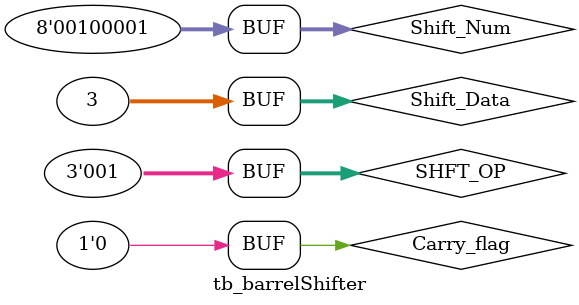
<source format=v>
`timescale 1ns / 1ps


module tb_barrelShifter();

// input
    reg [31:0]Shift_Data;
    reg [7:0]Shift_Num;
    reg [2:0]SHFT_OP;
    reg Carry_flag;
// output
    wire [31:0]Shift_out;
    wire Shift_carry_out;
    
initial begin
Shift_Data = 5; Shift_Num = 0; SHFT_OP = 2'b000; Carry_flag = 0;
#300
Shift_Data = 32'hffff_ffff; Shift_Num = 16; SHFT_OP = 2'b001; Carry_flag = 0;
#300
Shift_Data = 3; Shift_Num = 33; SHFT_OP = 2'b001; Carry_flag = 0;
end

barrelShifter shifter(
    .Shift_Data(Shift_Data),
    .Shift_Num(Shift_Num),
    .SHFT_OP(SHFT_OP),
    .Carry_flag(Carry_flag),
    .Shift_out(Shift_out),
    .Shift_carry_out(Shift_carry_out)
);
endmodule

</source>
